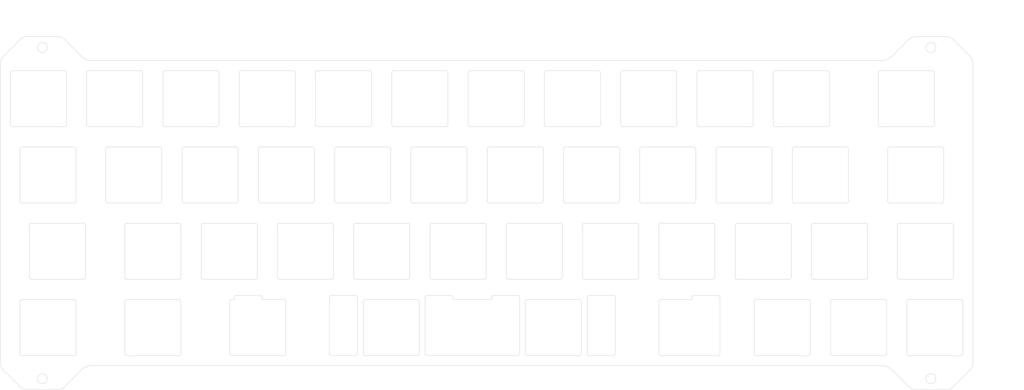
<source format=kicad_pcb>
(kicad_pcb (version 20171130) (host pcbnew "(5.1.10)-1")

  (general
    (thickness 1.6)
    (drawings 438)
    (tracks 0)
    (zones 0)
    (modules 0)
    (nets 1)
  )

  (page A4)
  (layers
    (0 F.Cu signal)
    (31 B.Cu signal)
    (32 B.Adhes user)
    (33 F.Adhes user)
    (34 B.Paste user)
    (35 F.Paste user)
    (36 B.SilkS user)
    (37 F.SilkS user)
    (38 B.Mask user)
    (39 F.Mask user)
    (40 Dwgs.User user)
    (41 Cmts.User user)
    (42 Eco1.User user)
    (43 Eco2.User user)
    (44 Edge.Cuts user)
    (45 Margin user)
    (46 B.CrtYd user)
    (47 F.CrtYd user)
    (48 B.Fab user)
    (49 F.Fab user)
  )

  (setup
    (last_trace_width 0.25)
    (trace_clearance 0.2)
    (zone_clearance 0.508)
    (zone_45_only no)
    (trace_min 0.2)
    (via_size 0.8)
    (via_drill 0.4)
    (via_min_size 0.4)
    (via_min_drill 0.3)
    (uvia_size 0.3)
    (uvia_drill 0.1)
    (uvias_allowed no)
    (uvia_min_size 0.2)
    (uvia_min_drill 0.1)
    (edge_width 0.05)
    (segment_width 0.2)
    (pcb_text_width 0.3)
    (pcb_text_size 1.5 1.5)
    (mod_edge_width 0.12)
    (mod_text_size 1 1)
    (mod_text_width 0.15)
    (pad_size 1.524 1.524)
    (pad_drill 0.762)
    (pad_to_mask_clearance 0)
    (aux_axis_origin 0 0)
    (grid_origin 22.2236 24.6047)
    (visible_elements 7FFFEFFF)
    (pcbplotparams
      (layerselection 0x11080_7ffffffe)
      (usegerberextensions false)
      (usegerberattributes false)
      (usegerberadvancedattributes false)
      (creategerberjobfile false)
      (excludeedgelayer true)
      (linewidth 0.100000)
      (plotframeref false)
      (viasonmask false)
      (mode 1)
      (useauxorigin false)
      (hpglpennumber 1)
      (hpglpenspeed 20)
      (hpglpendiameter 15.000000)
      (psnegative false)
      (psa4output false)
      (plotreference true)
      (plotvalue true)
      (plotinvisibletext false)
      (padsonsilk false)
      (subtractmaskfromsilk false)
      (outputformat 1)
      (mirror false)
      (drillshape 0)
      (scaleselection 1)
      (outputdirectory "./"))
  )

  (net 0 "")

  (net_class Default "This is the default net class."
    (clearance 0.2)
    (trace_width 0.25)
    (via_dia 0.8)
    (via_drill 0.4)
    (uvia_dia 0.3)
    (uvia_drill 0.1)
  )

  (dimension 88.2 (width 0.15) (layer Dwgs.User)
    (gr_text "88.200 mm" (at 283.238598 72.460758 270.0000006) (layer Dwgs.User)
      (effects (font (size 1 1) (thickness 0.15)))
    )
    (feature1 (pts (xy 267.33554 116.560758) (xy 282.52502 116.560758)))
    (feature2 (pts (xy 267.335539 28.360758) (xy 282.525019 28.360758)))
    (crossbar (pts (xy 281.938598 28.360758) (xy 281.938599 116.560758)))
    (arrow1a (pts (xy 281.938599 116.560758) (xy 281.352178 115.434254)))
    (arrow1b (pts (xy 281.938599 116.560758) (xy 282.52502 115.434254)))
    (arrow2a (pts (xy 281.938598 28.360758) (xy 281.352177 29.487262)))
    (arrow2b (pts (xy 281.938598 28.360758) (xy 282.525019 29.487262)))
  )
  (dimension 242.887499 (width 0.15) (layer Dwgs.User)
    (gr_text "242.887 mm" (at 152.706917 19.9392) (layer Dwgs.User)
      (effects (font (size 1 1) (thickness 0.15)))
    )
    (feature1 (pts (xy 274.150667 35.175886) (xy 274.150667 20.652779)))
    (feature2 (pts (xy 31.263168 35.175886) (xy 31.263168 20.652779)))
    (crossbar (pts (xy 31.263168 21.2392) (xy 274.150667 21.2392)))
    (arrow1a (pts (xy 274.150667 21.2392) (xy 273.024163 21.825621)))
    (arrow1b (pts (xy 274.150667 21.2392) (xy 273.024163 20.652779)))
    (arrow2a (pts (xy 31.263168 21.2392) (xy 32.389672 21.825621)))
    (arrow2b (pts (xy 31.263168 21.2392) (xy 32.389672 20.652779)))
  )
  (gr_line (start 247.3136 88.9857) (end 234.3136 88.9857) (layer Edge.Cuts) (width 0.1))
  (gr_arc (start 199.6886 50.3857) (end 199.6886 50.8857) (angle -90) (layer Edge.Cuts) (width 0.1))
  (gr_arc (start 72.3886 50.385701) (end 71.8886 50.3857) (angle -90) (layer Edge.Cuts) (width 0.1))
  (gr_line (start 72.3886 36.8857) (end 85.3886 36.8857) (layer Edge.Cuts) (width 0.1))
  (gr_line (start 234.3136 74.9857) (end 247.3136 74.9857) (layer Edge.Cuts) (width 0.1))
  (gr_line (start 200.1886 50.3857) (end 200.1886 37.3857) (layer Edge.Cuts) (width 0.1))
  (gr_line (start 114.7511 56.4357) (end 114.7511 69.4357) (layer Edge.Cuts) (width 0.1))
  (gr_arc (start 234.313601 88.4857) (end 233.8136 88.4857) (angle -90) (layer Edge.Cuts) (width 0.1))
  (gr_line (start 199.6886 36.8857) (end 186.6886 36.8857) (layer Edge.Cuts) (width 0.1))
  (gr_arc (start 186.6886 50.385701) (end 186.1886 50.3857) (angle -90) (layer Edge.Cuts) (width 0.1))
  (gr_line (start 219.5261 107.5357) (end 219.5261 94.5357) (layer Edge.Cuts) (width 0.1))
  (gr_arc (start 233.0261 107.5357) (end 233.0261 108.0357) (angle -90) (layer Edge.Cuts) (width 0.1))
  (gr_arc (start 72.388601 37.3857) (end 72.3886 36.8857) (angle -90) (layer Edge.Cuts) (width 0.1))
  (gr_arc (start 115.2511 56.4357) (end 115.2511 55.9357) (angle -90) (layer Edge.Cuts) (width 0.1))
  (gr_line (start 176.3761 94.535701) (end 176.3761 107.5357) (layer Edge.Cuts) (width 0.1))
  (gr_line (start 135.89485 107.5357) (end 135.89485 94.5357) (layer Edge.Cuts) (width 0.1))
  (gr_arc (start 162.8761 94.5357) (end 162.8761 94.035701) (angle -90) (layer Edge.Cuts) (width 0.1))
  (gr_arc (start 85.3886 50.3857) (end 85.3886 50.8857) (angle -90) (layer Edge.Cuts) (width 0.1))
  (gr_arc (start 175.8761 107.5357) (end 175.876101 108.0357) (angle -90) (layer Edge.Cuts) (width 0.1))
  (gr_line (start 122.39485 108.0357) (end 135.39485 108.0357) (layer Edge.Cuts) (width 0.1))
  (gr_line (start 121.89485 94.5357) (end 121.89485 107.5357) (layer Edge.Cuts) (width 0.1))
  (gr_arc (start 85.3886 37.3857) (end 85.8886 37.3857) (angle -90) (layer Edge.Cuts) (width 0.1))
  (gr_line (start 186.6886 50.8857) (end 199.6886 50.8857) (layer Edge.Cuts) (width 0.1))
  (gr_arc (start 234.3136 75.4857) (end 234.3136 74.9857) (angle -90) (layer Edge.Cuts) (width 0.1))
  (gr_line (start 115.2511 69.9357) (end 128.2511 69.9357) (layer Edge.Cuts) (width 0.1))
  (gr_arc (start 128.2511 69.4357) (end 128.2511 69.9357) (angle -90) (layer Edge.Cuts) (width 0.1))
  (gr_line (start 128.2511 55.9357) (end 115.2511 55.9357) (layer Edge.Cuts) (width 0.1))
  (gr_arc (start 135.39485 107.5357) (end 135.39485 108.0357) (angle -90) (layer Edge.Cuts) (width 0.1))
  (gr_line (start 162.3761 107.5357) (end 162.376101 94.5357) (layer Edge.Cuts) (width 0.1))
  (gr_arc (start 122.394851 94.5357) (end 122.39485 94.0357) (angle -90) (layer Edge.Cuts) (width 0.1))
  (gr_arc (start 175.8761 94.5357) (end 176.3761 94.535701) (angle -90) (layer Edge.Cuts) (width 0.1))
  (gr_arc (start 162.8761 107.5357) (end 162.3761 107.5357) (angle -90) (layer Edge.Cuts) (width 0.1))
  (gr_line (start 162.8761 94.035701) (end 175.8761 94.035701) (layer Edge.Cuts) (width 0.1))
  (gr_line (start 128.7511 69.4357) (end 128.7511 56.4357) (layer Edge.Cuts) (width 0.1))
  (gr_line (start 247.8136 75.4857) (end 247.813598 88.4857) (layer Edge.Cuts) (width 0.1))
  (gr_line (start 85.8886 37.3857) (end 85.8886 50.3857) (layer Edge.Cuts) (width 0.1))
  (gr_arc (start 128.2511 56.4357) (end 128.7511 56.4357) (angle -90) (layer Edge.Cuts) (width 0.1))
  (gr_arc (start 148.5886 37.3857) (end 148.5886 36.8857) (angle -90) (layer Edge.Cuts) (width 0.1))
  (gr_arc (start 186.6886 37.3857) (end 186.6886 36.8857) (angle -90) (layer Edge.Cuts) (width 0.1))
  (gr_arc (start 122.394851 107.5357) (end 121.89485 107.5357) (angle -90) (layer Edge.Cuts) (width 0.1))
  (gr_line (start 233.5261 94.5357) (end 233.5261 107.5357) (layer Edge.Cuts) (width 0.1))
  (gr_arc (start 247.3136 88.4857) (end 247.3136 88.9857) (angle -90) (layer Edge.Cuts) (width 0.1))
  (gr_line (start 233.0261 108.0357) (end 220.0261 108.0357) (layer Edge.Cuts) (width 0.1))
  (gr_arc (start 233.0261 94.5357) (end 233.5261 94.5357) (angle -90) (layer Edge.Cuts) (width 0.1))
  (gr_line (start 220.0261 94.0357) (end 233.0261 94.0357) (layer Edge.Cuts) (width 0.1))
  (gr_arc (start 220.026101 94.535701) (end 220.0261 94.0357) (angle -90) (layer Edge.Cuts) (width 0.1))
  (gr_arc (start 220.0261 107.5357) (end 219.5261 107.5357) (angle -90) (layer Edge.Cuts) (width 0.1))
  (gr_line (start 71.8886 50.3857) (end 71.8886 37.3857) (layer Edge.Cuts) (width 0.1))
  (gr_line (start 233.8136 88.4857) (end 233.8136 75.4857) (layer Edge.Cuts) (width 0.1))
  (gr_line (start 85.3886 50.8857) (end 72.3886 50.8857) (layer Edge.Cuts) (width 0.1))
  (gr_arc (start 247.3136 75.4857) (end 247.8136 75.4857) (angle -90) (layer Edge.Cuts) (width 0.1))
  (gr_arc (start 199.6886 37.3857) (end 200.1886 37.3857) (angle -90) (layer Edge.Cuts) (width 0.1))
  (gr_arc (start 115.2511 69.4357) (end 114.7511 69.4357) (angle -90) (layer Edge.Cuts) (width 0.1))
  (gr_line (start 175.876101 108.0357) (end 162.8761 108.035701) (layer Edge.Cuts) (width 0.1))
  (gr_line (start 135.39485 94.0357) (end 122.39485 94.0357) (layer Edge.Cuts) (width 0.1))
  (gr_line (start 186.1886 37.3857) (end 186.1886 50.3857) (layer Edge.Cuts) (width 0.1))
  (gr_arc (start 135.39485 94.5357) (end 135.89485 94.5357) (angle -90) (layer Edge.Cuts) (width 0.1))
  (gr_arc (start 267.335539 31.035758) (end 269.227049 29.144248) (angle -45) (layer Edge.Cuts) (width 0.1))
  (gr_arc (start 33.938168 109.74563) (end 31.263168 109.74563) (angle -45) (layer Edge.Cuts) (width 0.1))
  (gr_line (start 253.902043 33.316097) (end 253.902128 33.316404) (layer Edge.Cuts) (width 0.1))
  (gr_arc (start 251.335539 30.685758) (end 251.33554 34.360758) (angle -44.29624874) (layer Edge.Cuts) (width 0.1))
  (gr_arc (start 38.078296 113.885758) (end 36.186785 115.777269) (angle -45) (layer Edge.Cuts) (width 0.1))
  (gr_arc (start 45.44804 113.885758) (end 45.44804 116.560757) (angle -45) (layer Edge.Cuts) (width 0.1))
  (gr_line (start 32.046657 33.284376) (end 36.186785 29.144248) (layer Edge.Cuts) (width 0.1))
  (gr_line (start 259.965795 28.360758) (end 267.335539 28.360758) (layer Edge.Cuts) (width 0.1))
  (gr_arc (start 259.965795 31.035758) (end 259.965795 28.360758) (angle -45) (layer Edge.Cuts) (width 0.1))
  (gr_line (start 253.902128 33.316404) (end 258.074284 29.144247) (layer Edge.Cuts) (width 0.1))
  (gr_line (start 47.33955 29.144248) (end 51.479678 33.284376) (layer Edge.Cuts) (width 0.1))
  (gr_arc (start 54.078296 114.235759) (end 54.078296 110.560758) (angle -45) (layer Edge.Cuts) (width 0.1))
  (gr_arc (start 259.965795 113.885758) (end 258.074284 115.777269) (angle -45) (layer Edge.Cuts) (width 0.1))
  (gr_arc (start 38.078296 31.035758) (end 38.078296 28.360758) (angle -45) (layer Edge.Cuts) (width 0.1))
  (gr_arc (start 33.938168 35.175886) (end 32.046657 33.284376) (angle -45) (layer Edge.Cuts) (width 0.1))
  (gr_arc (start 45.44804 31.035758) (end 47.33955 29.144248) (angle -45) (layer Edge.Cuts) (width 0.1))
  (gr_line (start 38.078296 28.360758) (end 45.44804 28.360758) (layer Edge.Cuts) (width 0.1))
  (gr_line (start 36.186785 115.777269) (end 32.046658 111.637141) (layer Edge.Cuts) (width 0.1))
  (gr_line (start 251.335539 110.560758) (end 54.078296 110.560758) (layer Edge.Cuts) (width 0.1))
  (gr_arc (start 251.33554 114.235758) (end 253.934156 111.637141) (angle -45) (layer Edge.Cuts) (width 0.1))
  (gr_line (start 258.074284 115.777269) (end 253.934156 111.637141) (layer Edge.Cuts) (width 0.1))
  (gr_line (start 31.263168 109.74563) (end 31.263168 35.175886) (layer Edge.Cuts) (width 0.1))
  (gr_line (start 54.078295 34.360758) (end 251.33554 34.360758) (layer Edge.Cuts) (width 0.1))
  (gr_line (start 51.479678 111.63714) (end 47.339549 115.777269) (layer Edge.Cuts) (width 0.1))
  (gr_arc (start 54.078296 30.685758) (end 51.479678 33.284376) (angle -45) (layer Edge.Cuts) (width 0.1))
  (gr_line (start 267.33554 116.560758) (end 259.965795 116.560758) (layer Edge.Cuts) (width 0.1))
  (gr_arc (start 267.335539 113.885758) (end 267.33554 116.560758) (angle -45) (layer Edge.Cuts) (width 0.1))
  (gr_line (start 273.367177 111.637141) (end 269.227049 115.777269) (layer Edge.Cuts) (width 0.1))
  (gr_line (start 274.150667 35.175886) (end 274.150667 109.74563) (layer Edge.Cuts) (width 0.1))
  (gr_arc (start 271.475667 109.74563) (end 273.367177 111.637141) (angle -45) (layer Edge.Cuts) (width 0.1))
  (gr_line (start 45.44804 116.560757) (end 38.078296 116.560757) (layer Edge.Cuts) (width 0.1))
  (gr_arc (start 271.475667 35.175886) (end 274.150667 35.175886) (angle -45) (layer Edge.Cuts) (width 0.1))
  (gr_line (start 269.227049 29.144248) (end 273.367177 33.284376) (layer Edge.Cuts) (width 0.1))
  (gr_arc (start 177.1636 75.4857) (end 177.163601 74.9857) (angle -90) (layer Edge.Cuts) (width 0.1))
  (gr_line (start 238.288601 37.3857) (end 238.2886 50.385701) (layer Edge.Cuts) (width 0.1))
  (gr_line (start 190.9511 69.4357) (end 190.9511 56.4357) (layer Edge.Cuts) (width 0.1))
  (gr_arc (start 184.3141 107.5357) (end 184.314101 108.0357) (angle -90) (layer Edge.Cuts) (width 0.1))
  (gr_arc (start 190.1636 75.4857) (end 190.6636 75.4857) (angle -90) (layer Edge.Cuts) (width 0.1))
  (gr_arc (start 190.1636 88.4857) (end 190.1636 88.9857) (angle -90) (layer Edge.Cuts) (width 0.1))
  (gr_arc (start 161.5886 50.385701) (end 161.5886 50.8857) (angle -90) (layer Edge.Cuts) (width 0.1))
  (gr_arc (start 148.588601 50.3857) (end 148.0886 50.3857) (angle -90) (layer Edge.Cuts) (width 0.1))
  (gr_line (start 176.6636 75.4857) (end 176.6636 88.4857) (layer Edge.Cuts) (width 0.1))
  (gr_arc (start 224.7886 50.3857) (end 224.2886 50.3857) (angle -90) (layer Edge.Cuts) (width 0.1))
  (gr_line (start 224.7886 36.885701) (end 237.7886 36.8857) (layer Edge.Cuts) (width 0.1))
  (gr_line (start 209.7136 75.4857) (end 209.7136 88.4857) (layer Edge.Cuts) (width 0.1))
  (gr_arc (start 160.4381 107.5357) (end 160.4381 108.0357) (angle -90) (layer Edge.Cuts) (width 0.1))
  (gr_arc (start 209.213599 88.4857) (end 209.2136 88.9857) (angle -90) (layer Edge.Cuts) (width 0.1))
  (gr_line (start 162.0886 37.3857) (end 162.0886 50.3857) (layer Edge.Cuts) (width 0.1))
  (gr_line (start 190.663601 88.4857) (end 190.6636 75.4857) (layer Edge.Cuts) (width 0.1))
  (gr_arc (start 209.2136 75.4857) (end 209.7136 75.4857) (angle -90) (layer Edge.Cuts) (width 0.1))
  (gr_arc (start 191.4511 69.435701) (end 190.9511 69.4357) (angle -90) (layer Edge.Cuts) (width 0.1))
  (gr_arc (start 252.076099 107.5357) (end 252.0761 108.0357) (angle -90) (layer Edge.Cuts) (width 0.1))
  (gr_arc (start 184.3141 93.535701) (end 184.8141 93.5357) (angle -90) (layer Edge.Cuts) (width 0.1))
  (gr_line (start 252.576099 94.535701) (end 252.576099 107.5357) (layer Edge.Cuts) (width 0.1))
  (gr_arc (start 160.438101 93.535701) (end 160.9381 93.5357) (angle -90) (layer Edge.Cuts) (width 0.1))
  (gr_arc (start 178.3141 107.5357) (end 177.8141 107.5357) (angle -90) (layer Edge.Cuts) (width 0.1))
  (gr_arc (start 204.4511 56.4357) (end 204.9511 56.4357) (angle -90) (layer Edge.Cuts) (width 0.1))
  (gr_arc (start 237.788601 37.3857) (end 238.288601 37.3857) (angle -90) (layer Edge.Cuts) (width 0.1))
  (gr_arc (start 143.83285 93.5357) (end 144.33285 93.5357) (angle -90) (layer Edge.Cuts) (width 0.1))
  (gr_arc (start 204.4511 69.4357) (end 204.4511 69.9357) (angle -90) (layer Edge.Cuts) (width 0.1))
  (gr_arc (start 178.3141 93.5357) (end 178.3141 93.035699) (angle -90) (layer Edge.Cuts) (width 0.1))
  (gr_line (start 177.1636 88.985699) (end 190.1636 88.9857) (layer Edge.Cuts) (width 0.1))
  (gr_arc (start 161.588599 37.3857) (end 162.0886 37.3857) (angle -90) (layer Edge.Cuts) (width 0.1))
  (gr_line (start 204.4511 69.9357) (end 191.4511 69.9357) (layer Edge.Cuts) (width 0.1))
  (gr_line (start 238.576099 107.5357) (end 238.5761 94.5357) (layer Edge.Cuts) (width 0.1))
  (gr_line (start 137.83285 108.035701) (end 160.4381 108.0357) (layer Edge.Cuts) (width 0.1))
  (gr_line (start 252.0761 108.0357) (end 239.076099 108.035701) (layer Edge.Cuts) (width 0.1))
  (gr_arc (start 137.83285 93.535701) (end 137.83285 93.0357) (angle -90) (layer Edge.Cuts) (width 0.1))
  (gr_arc (start 239.0761 94.5357) (end 239.076099 94.035701) (angle -90) (layer Edge.Cuts) (width 0.1))
  (gr_line (start 191.4511 55.9357) (end 204.4511 55.9357) (layer Edge.Cuts) (width 0.1))
  (gr_line (start 160.9381 107.5357) (end 160.9381 93.5357) (layer Edge.Cuts) (width 0.1))
  (gr_line (start 237.7886 50.8857) (end 224.788601 50.8857) (layer Edge.Cuts) (width 0.1))
  (gr_line (start 178.3141 93.035699) (end 184.3141 93.0357) (layer Edge.Cuts) (width 0.1))
  (gr_line (start 148.5886 36.8857) (end 161.5886 36.8857) (layer Edge.Cuts) (width 0.1))
  (gr_arc (start 252.0761 94.5357) (end 252.576099 94.535701) (angle -90) (layer Edge.Cuts) (width 0.1))
  (gr_line (start 177.8141 107.5357) (end 177.8141 93.5357) (layer Edge.Cuts) (width 0.1))
  (gr_line (start 224.2886 50.3857) (end 224.2886 37.3857) (layer Edge.Cuts) (width 0.1))
  (gr_line (start 153.9381 94.0357) (end 144.33285 94.035701) (layer Edge.Cuts) (width 0.1))
  (gr_line (start 137.33285 93.5357) (end 137.33285 107.5357) (layer Edge.Cuts) (width 0.1))
  (gr_line (start 190.1636 74.9857) (end 177.163601 74.9857) (layer Edge.Cuts) (width 0.1))
  (gr_line (start 160.4381 93.035699) (end 154.4381 93.0357) (layer Edge.Cuts) (width 0.1))
  (gr_line (start 144.33285 94.035701) (end 144.33285 93.5357) (layer Edge.Cuts) (width 0.1))
  (gr_arc (start 239.076099 107.5357) (end 238.576099 107.5357) (angle -90) (layer Edge.Cuts) (width 0.1))
  (gr_line (start 239.076099 94.035701) (end 252.076099 94.035701) (layer Edge.Cuts) (width 0.1))
  (gr_line (start 143.83285 93.0357) (end 137.83285 93.0357) (layer Edge.Cuts) (width 0.1))
  (gr_line (start 153.9381 93.5357) (end 153.9381 94.0357) (layer Edge.Cuts) (width 0.1))
  (gr_arc (start 137.83285 107.5357) (end 137.33285 107.5357) (angle -90) (layer Edge.Cuts) (width 0.1))
  (gr_arc (start 177.1636 88.4857) (end 176.6636 88.4857) (angle -90) (layer Edge.Cuts) (width 0.1))
  (gr_line (start 184.8141 93.5357) (end 184.8141 107.5357) (layer Edge.Cuts) (width 0.1))
  (gr_line (start 184.314101 108.0357) (end 178.3141 108.0357) (layer Edge.Cuts) (width 0.1))
  (gr_line (start 148.0886 50.3857) (end 148.0886 37.3857) (layer Edge.Cuts) (width 0.1))
  (gr_line (start 161.5886 50.8857) (end 148.5886 50.8857) (layer Edge.Cuts) (width 0.1))
  (gr_arc (start 237.7886 50.3857) (end 237.7886 50.8857) (angle -90) (layer Edge.Cuts) (width 0.1))
  (gr_arc (start 154.4381 93.5357) (end 154.4381 93.0357) (angle -90) (layer Edge.Cuts) (width 0.1))
  (gr_arc (start 224.7886 37.3857) (end 224.7886 36.885701) (angle -90) (layer Edge.Cuts) (width 0.1))
  (gr_arc (start 191.4511 56.4357) (end 191.4511 55.9357) (angle -90) (layer Edge.Cuts) (width 0.1))
  (gr_line (start 204.9511 56.4357) (end 204.9511 69.4357) (layer Edge.Cuts) (width 0.1))
  (gr_arc (start 250.982349 50.385701) (end 250.482349 50.3857) (angle -90) (layer Edge.Cuts) (width 0.1))
  (gr_arc (start 34.2886 50.385701) (end 33.7886 50.3857) (angle -90) (layer Edge.Cuts) (width 0.1))
  (gr_line (start 47.2886 36.8857) (end 34.2886 36.8857) (layer Edge.Cuts) (width 0.1))
  (gr_line (start 47.7886 50.3857) (end 47.7886 37.3857) (layer Edge.Cuts) (width 0.1))
  (gr_arc (start 223.5011 69.4357) (end 223.5011 69.9357) (angle -90) (layer Edge.Cuts) (width 0.1))
  (gr_line (start 88.55735 94.5357) (end 88.55735 107.5357) (layer Edge.Cuts) (width 0.1))
  (gr_line (start 224.0011 56.4357) (end 224.0011 69.4357) (layer Edge.Cuts) (width 0.1))
  (gr_arc (start 223.501101 56.4357) (end 224.0011 56.4357) (angle -90) (layer Edge.Cuts) (width 0.1))
  (gr_arc (start 250.98235 37.3857) (end 250.982349 36.8857) (angle -90) (layer Edge.Cuts) (width 0.1))
  (gr_arc (start 153.351099 69.435701) (end 152.8511 69.4357) (angle -90) (layer Edge.Cuts) (width 0.1))
  (gr_arc (start 180.6386 50.3857) (end 180.6386 50.8857) (angle -90) (layer Edge.Cuts) (width 0.1))
  (gr_line (start 210.5011 55.9357) (end 223.5011 55.9357) (layer Edge.Cuts) (width 0.1))
  (gr_line (start 152.8511 56.4357) (end 152.8511 69.4357) (layer Edge.Cuts) (width 0.1))
  (gr_arc (start 210.5011 56.4357) (end 210.5011 55.9357) (angle -90) (layer Edge.Cuts) (width 0.1))
  (gr_line (start 89.6761 93.5357) (end 89.6761 94.0357) (layer Edge.Cuts) (width 0.1))
  (gr_line (start 181.1386 37.3857) (end 181.1386 50.3857) (layer Edge.Cuts) (width 0.1))
  (gr_arc (start 167.6386 37.385699) (end 167.6386 36.8857) (angle -90) (layer Edge.Cuts) (width 0.1))
  (gr_line (start 266.863599 56.4357) (end 266.8636 69.4357) (layer Edge.Cuts) (width 0.1))
  (gr_arc (start 90.1761 93.5357) (end 90.1761 93.0357) (angle -90) (layer Edge.Cuts) (width 0.1))
  (gr_arc (start 266.363599 69.4357) (end 266.363599 69.9357) (angle -90) (layer Edge.Cuts) (width 0.1))
  (gr_arc (start 266.363599 56.4357) (end 266.863599 56.4357) (angle -90) (layer Edge.Cuts) (width 0.1))
  (gr_arc (start 253.3636 56.435701) (end 253.363599 55.9357) (angle -90) (layer Edge.Cuts) (width 0.1))
  (gr_arc (start 47.288599 37.3857) (end 47.7886 37.3857) (angle -90) (layer Edge.Cuts) (width 0.1))
  (gr_line (start 166.3511 55.9357) (end 153.3511 55.9357) (layer Edge.Cuts) (width 0.1))
  (gr_arc (start 89.05735 107.535701) (end 88.55735 107.5357) (angle -90) (layer Edge.Cuts) (width 0.1))
  (gr_line (start 167.1386 50.3857) (end 167.1386 37.3857) (layer Edge.Cuts) (width 0.1))
  (gr_arc (start 167.6386 50.385701) (end 167.1386 50.3857) (angle -90) (layer Edge.Cuts) (width 0.1))
  (gr_line (start 167.6386 36.8857) (end 180.6386 36.8857) (layer Edge.Cuts) (width 0.1))
  (gr_arc (start 153.3511 56.4357) (end 153.3511 55.9357) (angle -90) (layer Edge.Cuts) (width 0.1))
  (gr_arc (start 102.057349 94.5357) (end 102.55735 94.5357) (angle -90) (layer Edge.Cuts) (width 0.1))
  (gr_line (start 89.6761 94.0357) (end 89.05735 94.0357) (layer Edge.Cuts) (width 0.1))
  (gr_line (start 250.482349 37.3857) (end 250.482349 50.3857) (layer Edge.Cuts) (width 0.1))
  (gr_line (start 180.6386 50.8857) (end 167.6386 50.8857) (layer Edge.Cuts) (width 0.1))
  (gr_line (start 166.8511 69.4357) (end 166.8511 56.4357) (layer Edge.Cuts) (width 0.1))
  (gr_arc (start 253.363599 69.4357) (end 252.863599 69.4357) (angle -90) (layer Edge.Cuts) (width 0.1))
  (gr_arc (start 96.1761 93.5357) (end 96.6761 93.5357) (angle -90) (layer Edge.Cuts) (width 0.1))
  (gr_arc (start 263.982349 50.3857) (end 263.982349 50.8857) (angle -90) (layer Edge.Cuts) (width 0.1))
  (gr_arc (start 34.2886 37.3857) (end 34.2886 36.8857) (angle -90) (layer Edge.Cuts) (width 0.1))
  (gr_arc (start 47.2886 50.385701) (end 47.2886 50.8857) (angle -90) (layer Edge.Cuts) (width 0.1))
  (gr_line (start 34.2886 50.8857) (end 47.2886 50.8857) (layer Edge.Cuts) (width 0.1))
  (gr_line (start 266.363599 69.9357) (end 253.363599 69.9357) (layer Edge.Cuts) (width 0.1))
  (gr_line (start 264.482349 50.3857) (end 264.482349 37.3857) (layer Edge.Cuts) (width 0.1))
  (gr_line (start 250.982349 50.8857) (end 263.982349 50.8857) (layer Edge.Cuts) (width 0.1))
  (gr_line (start 96.6761 94.035701) (end 96.6761 93.5357) (layer Edge.Cuts) (width 0.1))
  (gr_line (start 253.363599 55.9357) (end 266.363599 55.9357) (layer Edge.Cuts) (width 0.1))
  (gr_arc (start 102.05735 107.5357) (end 102.05735 108.0357) (angle -90) (layer Edge.Cuts) (width 0.1))
  (gr_arc (start 89.05735 94.5357) (end 89.05735 94.0357) (angle -90) (layer Edge.Cuts) (width 0.1))
  (gr_arc (start 180.6386 37.385701) (end 181.1386 37.3857) (angle -90) (layer Edge.Cuts) (width 0.1))
  (gr_line (start 252.863599 69.4357) (end 252.863599 56.4357) (layer Edge.Cuts) (width 0.1))
  (gr_line (start 96.1761 93.0357) (end 90.1761 93.0357) (layer Edge.Cuts) (width 0.1))
  (gr_line (start 102.05735 94.0357) (end 96.6761 94.035701) (layer Edge.Cuts) (width 0.1))
  (gr_line (start 102.55735 107.5357) (end 102.55735 94.5357) (layer Edge.Cuts) (width 0.1))
  (gr_line (start 89.05735 108.0357) (end 102.05735 108.0357) (layer Edge.Cuts) (width 0.1))
  (gr_line (start 263.982349 36.8857) (end 250.982349 36.8857) (layer Edge.Cuts) (width 0.1))
  (gr_line (start 33.7886 37.3857) (end 33.7886 50.3857) (layer Edge.Cuts) (width 0.1))
  (gr_arc (start 263.982349 37.385701) (end 264.482349 37.3857) (angle -90) (layer Edge.Cuts) (width 0.1))
  (gr_arc (start 166.3511 56.4357) (end 166.8511 56.4357) (angle -90) (layer Edge.Cuts) (width 0.1))
  (gr_line (start 109.7011 56.4357) (end 109.7011 69.4357) (layer Edge.Cuts) (width 0.1))
  (gr_line (start 147.3011 69.9357) (end 134.3011 69.9357) (layer Edge.Cuts) (width 0.1))
  (gr_line (start 38.551099 88.4857) (end 38.5511 75.4857) (layer Edge.Cuts) (width 0.1))
  (gr_arc (start 142.5386 50.3857) (end 142.5386 50.8857) (angle -90) (layer Edge.Cuts) (width 0.1))
  (gr_arc (start 77.1511 56.4357) (end 77.1511 55.9357) (angle -90) (layer Edge.Cuts) (width 0.1))
  (gr_line (start 39.0511 74.9857) (end 52.0511 74.985701) (layer Edge.Cuts) (width 0.1))
  (gr_line (start 50.16985 56.4357) (end 50.16985 69.4357) (layer Edge.Cuts) (width 0.1))
  (gr_arc (start 96.2011 56.4357) (end 96.2011 55.9357) (angle -90) (layer Edge.Cuts) (width 0.1))
  (gr_line (start 96.2011 55.9357) (end 109.2011 55.9357) (layer Edge.Cuts) (width 0.1))
  (gr_arc (start 268.74485 75.4857) (end 269.24485 75.4857) (angle -90) (layer Edge.Cuts) (width 0.1))
  (gr_line (start 95.7011 69.4357) (end 95.7011 56.4357) (layer Edge.Cuts) (width 0.1))
  (gr_arc (start 36.66985 56.4357) (end 36.66985 55.9357) (angle -90) (layer Edge.Cuts) (width 0.1))
  (gr_arc (start 147.3011 56.4357) (end 147.8011 56.4357) (angle -90) (layer Edge.Cuts) (width 0.1))
  (gr_arc (start 129.5386 37.3857) (end 129.538601 36.8857) (angle -90) (layer Edge.Cuts) (width 0.1))
  (gr_arc (start 81.9136 88.4857) (end 81.4136 88.4857) (angle -90) (layer Edge.Cuts) (width 0.1))
  (gr_line (start 81.4136 88.4857) (end 81.4136 75.4857) (layer Edge.Cuts) (width 0.1))
  (gr_line (start 94.9136 88.9857) (end 81.9136 88.9857) (layer Edge.Cuts) (width 0.1))
  (gr_arc (start 268.744849 88.4857) (end 268.744849 88.9857) (angle -90) (layer Edge.Cuts) (width 0.1))
  (gr_arc (start 129.5386 50.3857) (end 129.0386 50.3857) (angle -90) (layer Edge.Cuts) (width 0.1))
  (gr_arc (start 36.66985 69.435701) (end 36.16985 69.4357) (angle -90) (layer Edge.Cuts) (width 0.1))
  (gr_line (start 133.8011 69.4357) (end 133.8011 56.4357) (layer Edge.Cuts) (width 0.1))
  (gr_line (start 255.244849 75.4857) (end 255.244849 88.4857) (layer Edge.Cuts) (width 0.1))
  (gr_arc (start 255.744849 75.4857) (end 255.74485 74.9857) (angle -90) (layer Edge.Cuts) (width 0.1))
  (gr_line (start 49.66985 69.9357) (end 36.66985 69.935701) (layer Edge.Cuts) (width 0.1))
  (gr_arc (start 39.0511 88.4857) (end 38.551099 88.4857) (angle -90) (layer Edge.Cuts) (width 0.1))
  (gr_line (start 268.744849 74.9857) (end 255.74485 74.9857) (layer Edge.Cuts) (width 0.1))
  (gr_line (start 129.538601 36.8857) (end 142.5386 36.8857) (layer Edge.Cuts) (width 0.1))
  (gr_line (start 36.66985 55.9357) (end 49.66985 55.9357) (layer Edge.Cuts) (width 0.1))
  (gr_arc (start 94.9136 88.4857) (end 94.9136 88.9857) (angle -90) (layer Edge.Cuts) (width 0.1))
  (gr_arc (start 134.3011 69.4357) (end 133.8011 69.4357) (angle -90) (layer Edge.Cuts) (width 0.1))
  (gr_line (start 142.5386 50.8857) (end 129.538601 50.8857) (layer Edge.Cuts) (width 0.1))
  (gr_arc (start 52.0511 75.4857) (end 52.5511 75.4857) (angle -90) (layer Edge.Cuts) (width 0.1))
  (gr_arc (start 49.66985 56.4357) (end 50.16985 56.4357) (angle -90) (layer Edge.Cuts) (width 0.1))
  (gr_line (start 36.16985 69.4357) (end 36.16985 56.4357) (layer Edge.Cuts) (width 0.1))
  (gr_arc (start 49.66985 69.4357) (end 49.66985 69.9357) (angle -90) (layer Edge.Cuts) (width 0.1))
  (gr_arc (start 96.2011 69.4357) (end 95.7011 69.4357) (angle -90) (layer Edge.Cuts) (width 0.1))
  (gr_line (start 129.0386 50.3857) (end 129.0386 37.3857) (layer Edge.Cuts) (width 0.1))
  (gr_arc (start 147.3011 69.4357) (end 147.3011 69.9357) (angle -90) (layer Edge.Cuts) (width 0.1))
  (gr_line (start 109.2011 69.9357) (end 96.2011 69.9357) (layer Edge.Cuts) (width 0.1))
  (gr_line (start 90.1511 55.9357) (end 77.1511 55.9357) (layer Edge.Cuts) (width 0.1))
  (gr_arc (start 94.9136 75.4857) (end 95.4136 75.4857) (angle -90) (layer Edge.Cuts) (width 0.1))
  (gr_arc (start 81.9136 75.4857) (end 81.9136 74.9857) (angle -90) (layer Edge.Cuts) (width 0.1))
  (gr_arc (start 134.3011 56.4357) (end 134.3011 55.9357) (angle -90) (layer Edge.Cuts) (width 0.1))
  (gr_arc (start 39.0511 75.4857) (end 39.0511 74.9857) (angle -90) (layer Edge.Cuts) (width 0.1))
  (gr_line (start 52.5511 75.4857) (end 52.5511 88.4857) (layer Edge.Cuts) (width 0.1))
  (gr_arc (start 166.3511 69.4357) (end 166.3511 69.9357) (angle -90) (layer Edge.Cuts) (width 0.1))
  (gr_line (start 76.6511 56.4357) (end 76.6511 69.4357) (layer Edge.Cuts) (width 0.1))
  (gr_line (start 269.244849 88.4857) (end 269.24485 75.4857) (layer Edge.Cuts) (width 0.1))
  (gr_line (start 147.8011 56.4357) (end 147.8011 69.4357) (layer Edge.Cuts) (width 0.1))
  (gr_line (start 81.9136 74.9857) (end 94.9136 74.9857) (layer Edge.Cuts) (width 0.1))
  (gr_arc (start 255.744849 88.485701) (end 255.244849 88.4857) (angle -90) (layer Edge.Cuts) (width 0.1))
  (gr_line (start 255.74485 88.9857) (end 268.744849 88.9857) (layer Edge.Cuts) (width 0.1))
  (gr_arc (start 109.2011 69.4357) (end 109.2011 69.9357) (angle -90) (layer Edge.Cuts) (width 0.1))
  (gr_line (start 134.3011 55.9357) (end 147.3011 55.9357) (layer Edge.Cuts) (width 0.1))
  (gr_arc (start 52.0511 88.4857) (end 52.0511 88.985699) (angle -90) (layer Edge.Cuts) (width 0.1))
  (gr_arc (start 109.2011 56.4357) (end 109.7011 56.4357) (angle -90) (layer Edge.Cuts) (width 0.1))
  (gr_line (start 153.3511 69.9357) (end 166.3511 69.9357) (layer Edge.Cuts) (width 0.1))
  (gr_arc (start 90.1511 56.4357) (end 90.6511 56.4357) (angle -90) (layer Edge.Cuts) (width 0.1))
  (gr_arc (start 77.1511 69.4357) (end 76.6511 69.4357) (angle -90) (layer Edge.Cuts) (width 0.1))
  (gr_line (start 90.6511 69.4357) (end 90.6511 56.4357) (layer Edge.Cuts) (width 0.1))
  (gr_arc (start 90.1511 69.4357) (end 90.1511 69.9357) (angle -90) (layer Edge.Cuts) (width 0.1))
  (gr_line (start 77.1511 69.9357) (end 90.1511 69.9357) (layer Edge.Cuts) (width 0.1))
  (gr_line (start 95.4136 75.4857) (end 95.4136 88.4857) (layer Edge.Cuts) (width 0.1))
  (gr_line (start 52.0511 88.985699) (end 39.0511 88.985701) (layer Edge.Cuts) (width 0.1))
  (gr_line (start 36.66985 108.0357) (end 49.669849 108.0357) (layer Edge.Cuts) (width 0.1))
  (gr_line (start 119.95685 108.0357) (end 113.95685 108.0357) (layer Edge.Cuts) (width 0.1))
  (gr_arc (start 152.0636 88.4857) (end 152.063599 88.9857) (angle -90) (layer Edge.Cuts) (width 0.1))
  (gr_line (start 71.6011 56.4357) (end 71.6011 69.4357) (layer Edge.Cuts) (width 0.1))
  (gr_line (start 58.1011 55.9357) (end 71.1011 55.9357) (layer Edge.Cuts) (width 0.1))
  (gr_arc (start 158.1136 88.4857) (end 157.613601 88.4857) (angle -90) (layer Edge.Cuts) (width 0.1))
  (gr_arc (start 66.338601 37.3857) (end 66.8386 37.3857) (angle -90) (layer Edge.Cuts) (width 0.1))
  (gr_line (start 152.063599 74.9857) (end 139.0636 74.9857) (layer Edge.Cuts) (width 0.1))
  (gr_line (start 171.113601 74.9857) (end 158.113599 74.9857) (layer Edge.Cuts) (width 0.1))
  (gr_arc (start 119.95685 107.5357) (end 119.95685 108.0357) (angle -90) (layer Edge.Cuts) (width 0.1))
  (gr_line (start 66.8386 37.3857) (end 66.8386 50.3857) (layer Edge.Cuts) (width 0.1))
  (gr_line (start 57.6011 69.4357) (end 57.6011 56.4357) (layer Edge.Cuts) (width 0.1))
  (gr_arc (start 139.0636 88.4857) (end 138.5636 88.4857) (angle -90) (layer Edge.Cuts) (width 0.1))
  (gr_line (start 36.169849 94.5357) (end 36.16985 107.5357) (layer Edge.Cuts) (width 0.1))
  (gr_arc (start 36.66985 94.535701) (end 36.66985 94.035701) (angle -90) (layer Edge.Cuts) (width 0.1))
  (gr_arc (start 119.95685 93.5357) (end 120.45685 93.5357) (angle -90) (layer Edge.Cuts) (width 0.1))
  (gr_line (start 49.66985 94.035701) (end 36.66985 94.035701) (layer Edge.Cuts) (width 0.1))
  (gr_line (start 53.3386 36.8857) (end 66.3386 36.8857) (layer Edge.Cuts) (width 0.1))
  (gr_line (start 143.0386 37.3857) (end 143.0386 50.3857) (layer Edge.Cuts) (width 0.1))
  (gr_arc (start 142.5386 37.3857) (end 143.0386 37.3857) (angle -90) (layer Edge.Cuts) (width 0.1))
  (gr_arc (start 171.1136 75.4857) (end 171.6136 75.4857) (angle -90) (layer Edge.Cuts) (width 0.1))
  (gr_line (start 171.613599 88.4857) (end 171.6136 75.4857) (layer Edge.Cuts) (width 0.1))
  (gr_arc (start 66.3386 50.385701) (end 66.3386 50.8857) (angle -90) (layer Edge.Cuts) (width 0.1))
  (gr_line (start 66.3386 50.8857) (end 53.3386 50.8857) (layer Edge.Cuts) (width 0.1))
  (gr_arc (start 196.2136 75.485701) (end 196.2136 74.9857) (angle -90) (layer Edge.Cuts) (width 0.1))
  (gr_arc (start 113.95685 107.5357) (end 113.45685 107.5357) (angle -90) (layer Edge.Cuts) (width 0.1))
  (gr_arc (start 49.66985 107.5357) (end 49.669849 108.0357) (angle -90) (layer Edge.Cuts) (width 0.1))
  (gr_line (start 209.2136 88.9857) (end 196.2136 88.9857) (layer Edge.Cuts) (width 0.1))
  (gr_line (start 113.95685 93.035699) (end 119.95685 93.0357) (layer Edge.Cuts) (width 0.1))
  (gr_arc (start 71.101101 69.435701) (end 71.1011 69.9357) (angle -90) (layer Edge.Cuts) (width 0.1))
  (gr_arc (start 53.3386 50.385701) (end 52.8386 50.3857) (angle -90) (layer Edge.Cuts) (width 0.1))
  (gr_line (start 113.45685 107.5357) (end 113.45685 93.5357) (layer Edge.Cuts) (width 0.1))
  (gr_arc (start 58.1011 69.4357) (end 57.6011 69.4357) (angle -90) (layer Edge.Cuts) (width 0.1))
  (gr_arc (start 196.2136 88.4857) (end 195.7136 88.4857) (angle -90) (layer Edge.Cuts) (width 0.1))
  (gr_line (start 120.45685 93.5357) (end 120.45685 107.5357) (layer Edge.Cuts) (width 0.1))
  (gr_line (start 157.6136 75.4857) (end 157.613601 88.4857) (layer Edge.Cuts) (width 0.1))
  (gr_line (start 71.1011 69.9357) (end 58.1011 69.9357) (layer Edge.Cuts) (width 0.1))
  (gr_arc (start 158.1136 75.4857) (end 158.113599 74.9857) (angle -90) (layer Edge.Cuts) (width 0.1))
  (gr_arc (start 53.338599 37.3857) (end 53.3386 36.8857) (angle -90) (layer Edge.Cuts) (width 0.1))
  (gr_arc (start 58.1011 56.4357) (end 58.1011 55.9357) (angle -90) (layer Edge.Cuts) (width 0.1))
  (gr_line (start 152.5636 88.4857) (end 152.5636 75.4857) (layer Edge.Cuts) (width 0.1))
  (gr_line (start 138.5636 75.4857) (end 138.5636 88.4857) (layer Edge.Cuts) (width 0.1))
  (gr_arc (start 152.0636 75.4857) (end 152.5636 75.4857) (angle -90) (layer Edge.Cuts) (width 0.1))
  (gr_line (start 195.7136 88.4857) (end 195.7136 75.4857) (layer Edge.Cuts) (width 0.1))
  (gr_arc (start 139.0636 75.4857) (end 139.0636 74.9857) (angle -90) (layer Edge.Cuts) (width 0.1))
  (gr_arc (start 49.66985 94.535701) (end 50.16985 94.5357) (angle -90) (layer Edge.Cuts) (width 0.1))
  (gr_arc (start 171.1136 88.485701) (end 171.1136 88.985699) (angle -90) (layer Edge.Cuts) (width 0.1))
  (gr_arc (start 36.66985 107.5357) (end 36.16985 107.5357) (angle -90) (layer Edge.Cuts) (width 0.1))
  (gr_line (start 196.2136 74.9857) (end 209.2136 74.9857) (layer Edge.Cuts) (width 0.1))
  (gr_arc (start 113.95685 93.5357) (end 113.95685 93.035699) (angle -90) (layer Edge.Cuts) (width 0.1))
  (gr_line (start 158.1136 88.985699) (end 171.1136 88.985699) (layer Edge.Cuts) (width 0.1))
  (gr_arc (start 71.1011 56.4357) (end 71.6011 56.4357) (angle -90) (layer Edge.Cuts) (width 0.1))
  (gr_line (start 52.8386 50.3857) (end 52.8386 37.3857) (layer Edge.Cuts) (width 0.1))
  (gr_line (start 139.0636 88.9857) (end 152.063599 88.9857) (layer Edge.Cuts) (width 0.1))
  (gr_line (start 50.16985 107.5357) (end 50.16985 94.5357) (layer Edge.Cuts) (width 0.1))
  (gr_line (start 110.4886 36.885701) (end 123.488601 36.8857) (layer Edge.Cuts) (width 0.1))
  (gr_arc (start 123.4886 50.3857) (end 123.488601 50.8857) (angle -90) (layer Edge.Cuts) (width 0.1))
  (gr_arc (start 228.263601 75.4857) (end 228.763601 75.4857) (angle -90) (layer Edge.Cuts) (width 0.1))
  (gr_line (start 109.9886 50.385701) (end 109.988601 37.3857) (layer Edge.Cuts) (width 0.1))
  (gr_arc (start 210.476101 93.5357) (end 210.9761 93.5357) (angle -90) (layer Edge.Cuts) (width 0.1))
  (gr_line (start 204.4761 93.0357) (end 210.4761 93.0357) (layer Edge.Cuts) (width 0.1))
  (gr_arc (start 204.4761 93.535701) (end 204.4761 93.0357) (angle -90) (layer Edge.Cuts) (width 0.1))
  (gr_line (start 196.2136 94.0357) (end 203.9761 94.0357) (layer Edge.Cuts) (width 0.1))
  (gr_arc (start 113.9636 75.4857) (end 114.4636 75.4857) (angle -90) (layer Edge.Cuts) (width 0.1))
  (gr_arc (start 123.4886 37.3857) (end 123.9886 37.385699) (angle -90) (layer Edge.Cuts) (width 0.1))
  (gr_arc (start 196.2136 107.5357) (end 195.7136 107.5357) (angle -90) (layer Edge.Cuts) (width 0.1))
  (gr_arc (start 91.4386 37.3857) (end 91.4386 36.8857) (angle -90) (layer Edge.Cuts) (width 0.1))
  (gr_arc (start 228.263601 88.4857) (end 228.263601 88.9857) (angle -90) (layer Edge.Cuts) (width 0.1))
  (gr_line (start 62.8636 108.035701) (end 75.8636 108.0357) (layer Edge.Cuts) (width 0.1))
  (gr_arc (start 196.2136 94.535701) (end 196.2136 94.0357) (angle -90) (layer Edge.Cuts) (width 0.1))
  (gr_line (start 195.7136 107.5357) (end 195.7136 94.5357) (layer Edge.Cuts) (width 0.1))
  (gr_line (start 210.4761 108.0357) (end 196.2136 108.0357) (layer Edge.Cuts) (width 0.1))
  (gr_arc (start 75.8636 107.535701) (end 75.8636 108.0357) (angle -90) (layer Edge.Cuts) (width 0.1))
  (gr_arc (start 120.0136 75.4857) (end 120.0136 74.9857) (angle -90) (layer Edge.Cuts) (width 0.1))
  (gr_arc (start 210.4761 107.5357) (end 210.4761 108.0357) (angle -90) (layer Edge.Cuts) (width 0.1))
  (gr_line (start 62.363601 94.5357) (end 62.3636 107.5357) (layer Edge.Cuts) (width 0.1))
  (gr_arc (start 104.4386 50.3857) (end 104.438599 50.8857) (angle -90) (layer Edge.Cuts) (width 0.1))
  (gr_arc (start 110.4886 37.3857) (end 110.4886 36.885701) (angle -90) (layer Edge.Cuts) (width 0.1))
  (gr_arc (start 215.263599 88.4857) (end 214.7636 88.4857) (angle -90) (layer Edge.Cuts) (width 0.1))
  (gr_arc (start 75.8636 94.5357) (end 76.363601 94.5357) (angle -90) (layer Edge.Cuts) (width 0.1))
  (gr_line (start 90.938599 37.3857) (end 90.9386 50.385701) (layer Edge.Cuts) (width 0.1))
  (gr_line (start 100.4636 88.4857) (end 100.4636 75.4857) (layer Edge.Cuts) (width 0.1))
  (gr_line (start 119.5136 88.4857) (end 119.5136 75.4857) (layer Edge.Cuts) (width 0.1))
  (gr_line (start 215.2636 88.9857) (end 228.263601 88.9857) (layer Edge.Cuts) (width 0.1))
  (gr_arc (start 100.9636 88.485701) (end 100.4636 88.4857) (angle -90) (layer Edge.Cuts) (width 0.1))
  (gr_line (start 113.9636 88.9857) (end 100.9636 88.9857) (layer Edge.Cuts) (width 0.1))
  (gr_line (start 114.4636 75.4857) (end 114.4636 88.4857) (layer Edge.Cuts) (width 0.1))
  (gr_arc (start 100.9636 75.485701) (end 100.9636 74.9857) (angle -90) (layer Edge.Cuts) (width 0.1))
  (gr_arc (start 215.2636 75.4857) (end 215.2636 74.9857) (angle -90) (layer Edge.Cuts) (width 0.1))
  (gr_arc (start 110.4886 50.3857) (end 109.9886 50.385701) (angle -90) (layer Edge.Cuts) (width 0.1))
  (gr_line (start 123.488601 50.8857) (end 110.488599 50.8857) (layer Edge.Cuts) (width 0.1))
  (gr_line (start 120.0136 74.9857) (end 133.0136 74.9857) (layer Edge.Cuts) (width 0.1))
  (gr_arc (start 133.0136 88.4857) (end 133.0136 88.9857) (angle -90) (layer Edge.Cuts) (width 0.1))
  (gr_line (start 133.5136 75.4857) (end 133.5136 88.4857) (layer Edge.Cuts) (width 0.1))
  (gr_line (start 228.763601 88.4857) (end 228.763601 75.4857) (layer Edge.Cuts) (width 0.1))
  (gr_arc (start 62.8636 94.5357) (end 62.8636 94.035701) (angle -90) (layer Edge.Cuts) (width 0.1))
  (gr_arc (start 104.4386 37.3857) (end 104.9386 37.3857) (angle -90) (layer Edge.Cuts) (width 0.1))
  (gr_line (start 228.263601 74.9857) (end 215.2636 74.9857) (layer Edge.Cuts) (width 0.1))
  (gr_line (start 203.9761 94.0357) (end 203.9761 93.5357) (layer Edge.Cuts) (width 0.1))
  (gr_arc (start 91.4386 50.3857) (end 90.9386 50.385701) (angle -90) (layer Edge.Cuts) (width 0.1))
  (gr_line (start 133.0136 88.9857) (end 120.0136 88.9857) (layer Edge.Cuts) (width 0.1))
  (gr_arc (start 62.8636 107.5357) (end 62.3636 107.5357) (angle -90) (layer Edge.Cuts) (width 0.1))
  (gr_line (start 75.8636 94.0357) (end 62.8636 94.035701) (layer Edge.Cuts) (width 0.1))
  (gr_line (start 76.3636 107.5357) (end 76.363601 94.5357) (layer Edge.Cuts) (width 0.1))
  (gr_line (start 104.9386 50.3857) (end 104.9386 37.3857) (layer Edge.Cuts) (width 0.1))
  (gr_line (start 91.4386 50.8857) (end 104.438599 50.8857) (layer Edge.Cuts) (width 0.1))
  (gr_line (start 104.4386 36.885701) (end 91.4386 36.8857) (layer Edge.Cuts) (width 0.1))
  (gr_arc (start 120.013601 88.4857) (end 119.5136 88.4857) (angle -90) (layer Edge.Cuts) (width 0.1))
  (gr_line (start 100.9636 74.9857) (end 113.9636 74.9857) (layer Edge.Cuts) (width 0.1))
  (gr_line (start 123.9886 37.385699) (end 123.9886 50.385701) (layer Edge.Cuts) (width 0.1))
  (gr_arc (start 113.9636 88.485701) (end 113.9636 88.9857) (angle -90) (layer Edge.Cuts) (width 0.1))
  (gr_line (start 214.7636 75.4857) (end 214.7636 88.4857) (layer Edge.Cuts) (width 0.1))
  (gr_arc (start 242.551099 69.4357) (end 242.551099 69.9357) (angle -90) (layer Edge.Cuts) (width 0.1))
  (gr_arc (start 172.4011 56.4357) (end 172.4011 55.9357) (angle -90) (layer Edge.Cuts) (width 0.1))
  (gr_line (start 185.4011 55.9357) (end 172.4011 55.9357) (layer Edge.Cuts) (width 0.1))
  (gr_arc (start 205.7386 50.3857) (end 205.2386 50.385701) (angle -90) (layer Edge.Cuts) (width 0.1))
  (gr_arc (start 258.1261 94.535701) (end 258.126099 94.0357) (angle -90) (layer Edge.Cuts) (width 0.1))
  (gr_line (start 257.626099 107.5357) (end 257.626099 94.5357) (layer Edge.Cuts) (width 0.1))
  (gr_arc (start 271.1261 94.5357) (end 271.626099 94.5357) (angle -90) (layer Edge.Cuts) (width 0.1))
  (gr_line (start 258.126099 94.0357) (end 271.126099 94.0357) (layer Edge.Cuts) (width 0.1))
  (gr_line (start 219.238599 37.3857) (end 219.238601 50.3857) (layer Edge.Cuts) (width 0.1))
  (gr_line (start 243.051099 56.4357) (end 243.051099 69.4357) (layer Edge.Cuts) (width 0.1))
  (gr_line (start 205.738599 36.8857) (end 218.7386 36.885701) (layer Edge.Cuts) (width 0.1))
  (gr_arc (start 229.5511 69.4357) (end 229.0511 69.4357) (angle -90) (layer Edge.Cuts) (width 0.1))
  (gr_arc (start 218.7386 50.3857) (end 218.7386 50.885701) (angle -90) (layer Edge.Cuts) (width 0.1))
  (gr_arc (start 210.5011 69.435701) (end 210.0011 69.4357) (angle -90) (layer Edge.Cuts) (width 0.1))
  (gr_line (start 218.7386 50.885701) (end 205.738599 50.8857) (layer Edge.Cuts) (width 0.1))
  (gr_arc (start 218.7386 37.3857) (end 219.238599 37.3857) (angle -90) (layer Edge.Cuts) (width 0.1))
  (gr_arc (start 133.013601 75.4857) (end 133.5136 75.4857) (angle -90) (layer Edge.Cuts) (width 0.1))
  (gr_line (start 229.0511 69.4357) (end 229.0511 56.4357) (layer Edge.Cuts) (width 0.1))
  (gr_line (start 205.2386 50.385701) (end 205.238599 37.3857) (layer Edge.Cuts) (width 0.1))
  (gr_arc (start 185.401101 56.4357) (end 185.9011 56.4357) (angle -90) (layer Edge.Cuts) (width 0.1))
  (gr_line (start 271.126099 108.0357) (end 258.126099 108.0357) (layer Edge.Cuts) (width 0.1))
  (gr_line (start 271.626099 94.5357) (end 271.626099 107.5357) (layer Edge.Cuts) (width 0.1))
  (gr_line (start 242.551099 69.9357) (end 229.5511 69.9357) (layer Edge.Cuts) (width 0.1))
  (gr_arc (start 229.551101 56.435701) (end 229.5511 55.9357) (angle -90) (layer Edge.Cuts) (width 0.1))
  (gr_line (start 185.9011 69.4357) (end 185.9011 56.4357) (layer Edge.Cuts) (width 0.1))
  (gr_arc (start 185.4011 69.4357) (end 185.4011 69.9357) (angle -90) (layer Edge.Cuts) (width 0.1))
  (gr_line (start 172.4011 69.9357) (end 185.4011 69.9357) (layer Edge.Cuts) (width 0.1))
  (gr_arc (start 271.126099 107.5357) (end 271.126099 108.0357) (angle -90) (layer Edge.Cuts) (width 0.1))
  (gr_arc (start 172.4011 69.4357) (end 171.9011 69.4357) (angle -90) (layer Edge.Cuts) (width 0.1))
  (gr_line (start 171.9011 56.4357) (end 171.9011 69.4357) (layer Edge.Cuts) (width 0.1))
  (gr_arc (start 258.126099 107.5357) (end 257.626099 107.5357) (angle -90) (layer Edge.Cuts) (width 0.1))
  (gr_arc (start 242.551099 56.4357) (end 243.051099 56.4357) (angle -90) (layer Edge.Cuts) (width 0.1))
  (gr_line (start 229.5511 55.9357) (end 242.551099 55.9357) (layer Edge.Cuts) (width 0.1))
  (gr_line (start 210.0011 69.4357) (end 210.0011 56.4357) (layer Edge.Cuts) (width 0.1))
  (gr_line (start 223.5011 69.9357) (end 210.5011 69.9357) (layer Edge.Cuts) (width 0.1))
  (gr_arc (start 205.7386 37.3857) (end 205.738599 36.8857) (angle -90) (layer Edge.Cuts) (width 0.1))
  (gr_line (start 62.363601 88.4857) (end 62.3636 75.4857) (layer Edge.Cuts) (width 0.1))
  (gr_circle (center 41.763296 113.810758) (end 40.513296 113.810758) (layer Edge.Cuts) (width 0.1))
  (gr_circle (center 41.763039 31.110758) (end 40.51304 31.110758) (layer Edge.Cuts) (width 0.1))
  (gr_circle (center 263.65054 31.110758) (end 262.400539 31.110758) (layer Edge.Cuts) (width 0.1))
  (gr_line (start 76.3636 75.4857) (end 76.363601 88.4857) (layer Edge.Cuts) (width 0.1))
  (gr_arc (start 75.8636 88.485701) (end 75.8636 88.9857) (angle -90) (layer Edge.Cuts) (width 0.1))
  (gr_line (start 210.9761 93.5357) (end 210.9761 107.5357) (layer Edge.Cuts) (width 0.1))
  (gr_line (start 62.8636 74.985699) (end 75.8636 74.9857) (layer Edge.Cuts) (width 0.1))
  (gr_arc (start 62.8636 75.4857) (end 62.8636 74.985699) (angle -90) (layer Edge.Cuts) (width 0.1))
  (gr_arc (start 75.8636 75.4857) (end 76.3636 75.4857) (angle -90) (layer Edge.Cuts) (width 0.1))
  (gr_line (start 75.8636 88.9857) (end 62.8636 88.985699) (layer Edge.Cuts) (width 0.1))
  (gr_circle (center 263.650795 113.810758) (end 262.400795 113.810758) (layer Edge.Cuts) (width 0.1))
  (gr_arc (start 62.8636 88.4857) (end 62.363601 88.4857) (angle -90) (layer Edge.Cuts) (width 0.1))

)

</source>
